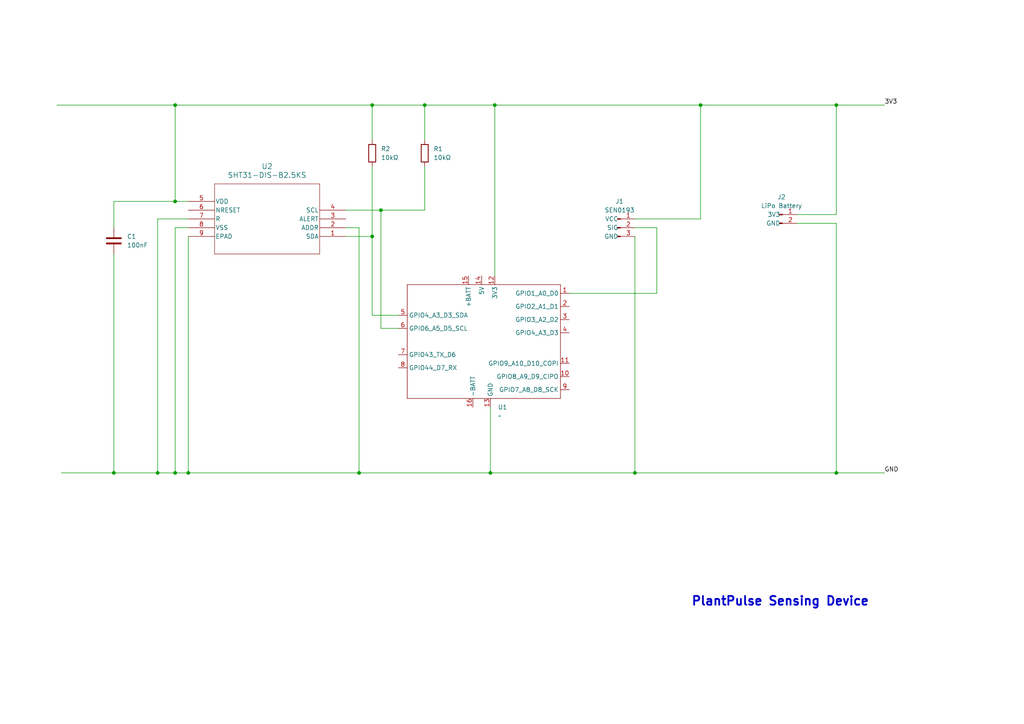
<source format=kicad_sch>
(kicad_sch (version 20250114) (generator "eeschema") (generator_version "9.0")
  (paper "A4")
  (lib_symbols
    (symbol "Connector:Conn_01x02_Pin" (pin_names (offset 1.016))
      (property "Reference" "J2" (at 0.635 5.08 0))
      (property "Value" "LiPo Battery" (at 0.635 2.54 0))
      (symbol "Conn_01x02_Pin_1_1"
        (rectangle (start 0.8636 0.127) (end 0 -0.127) (stroke (width 0.1524)) (fill (type outline)))
        (rectangle (start 0.8636 -2.413) (end 0 -2.667) (stroke (width 0.1524)) (fill (type outline)))
        (polyline (pts (xy 1.27 0) (xy 0.8636 0)) (stroke (width 0.1524)))
        (polyline (pts (xy 1.27 -2.54) (xy 0.8636 -2.54)) (stroke (width 0.1524)))
        (pin passive line (at 5.08 0 180) (length 3.81) (name "3V3") (number "1"))
        (pin passive line (at 5.08 -2.54 180) (length 3.81) (name "GND") (number "2"))
      )
    )
    (symbol "Connector:Conn_01x03_Pin" (pin_names (offset 1.016))
      (property "Reference" "J1" (at 0.635 7.62 0))
      (property "Value" "SEN0193" (at 0.635 5.08 0))
      (symbol "Conn_01x03_Pin_1_1"
        (rectangle (start 0.8636 2.667) (end 0 2.413) (stroke (width 0.1524)) (fill (type outline)))
        (rectangle (start 0.8636 0.127) (end 0 -0.127) (stroke (width 0.1524)) (fill (type outline)))
        (rectangle (start 0.8636 -2.413) (end 0 -2.667) (stroke (width 0.1524)) (fill (type outline)))
        (polyline (pts (xy 1.27 2.54) (xy 0.8636 2.54)) (stroke (width 0.1524)))
        (polyline (pts (xy 1.27 0) (xy 0.8636 0)) (stroke (width 0.1524)))
        (polyline (pts (xy 1.27 -2.54) (xy 0.8636 -2.54)) (stroke (width 0.1524)))
        (pin passive line (at 5.08 2.54 180) (length 3.81) (name "VCC") (number "1"))
        (pin passive line (at 5.08 0 180) (length 3.81) (name "SIG") (number "2"))
        (pin passive line (at 5.08 -2.54 180) (length 3.81) (name "GND") (number "3"))
      )
    )
    (symbol "Device:C" (pin_numbers (hide yes)) (pin_names (offset 0.254))
      (property "Reference" "C" (at 0.635 2.54 0))
      (property "Value" "C" (at 0.635 -2.54 0))
      (symbol "C_0_1"
        (polyline (pts (xy -2.032 0.762) (xy 2.032 0.762)) (stroke (width 0.508)))
        (polyline (pts (xy -2.032 -0.762) (xy 2.032 -0.762)) (stroke (width 0.508)))
      )
      (symbol "C_1_1"
        (pin passive line (at 0 3.81 270) (length 2.794) (name "~") (number "1"))
        (pin passive line (at 0 -3.81 90) (length 2.794) (name "~") (number "2"))
      )
    )
    (symbol "Device:R" (pin_numbers (hide yes)) (pin_names (offset 0))
      (property "Reference" "R" (at 2.032 0 90))
      (property "Value" "R" (at 0 0 90))
      (symbol "R_0_1"
        (rectangle (start -1.016 -2.54) (end 1.016 2.54) (stroke (width 0.254)))
      )
      (symbol "R_1_1"
        (pin passive line (at 0 3.81 270) (length 1.27) (name "~") (number "1"))
        (pin passive line (at 0 -3.81 90) (length 1.27) (name "~") (number "2"))
      )
    )
    (symbol "SHT31-DIS:SHT31-DIS-B2.5KS" (pin_names (offset 0.254))
      (property "Reference" "U" (at 22.86 10.16 0))
      (property "Value" "SHT31-DIS-B2.5KS" (at 22.86 7.62 0))
      (symbol "SHT31-DIS-B2.5KS_0_1"
        (polyline (pts (xy 7.62 5.08) (xy 7.62 -15.24)) (stroke (width 0.127)))
        (polyline (pts (xy 7.62 -15.24) (xy 38.1 -15.24)) (stroke (width 0.127)))
        (polyline (pts (xy 38.1 5.08) (xy 7.62 5.08)) (stroke (width 0.127)))
        (polyline (pts (xy 38.1 -15.24) (xy 38.1 5.08)) (stroke (width 0.127)))
        (pin bidirectional line (at 0 0 0) (length 7.62) (name "SDA") (number "1"))
        (pin input line (at 0 -2.54 0) (length 7.62) (name "ADDR") (number "2"))
        (pin output line (at 0 -5.08 0) (length 7.62) (name "ALERT") (number "3"))
        (pin bidirectional line (at 0 -7.62 0) (length 7.62) (name "SCL") (number "4"))
        (pin power_out line (at 45.72 0 180) (length 7.62) (name "EPAD") (number "9"))
        (pin power_out line (at 45.72 -2.54 180) (length 7.62) (name "VSS") (number "8"))
        (pin power_out line (at 45.72 -5.08 180) (length 7.62) (name "R") (number "7"))
        (pin input line (at 45.72 -7.62 180) (length 7.62) (name "NRESET") (number "6"))
        (pin power_in line (at 45.72 -10.16 180) (length 7.62) (name "VDD") (number "5"))
      )
    )
    (symbol "XIAo-ESP32-C3:XIAO_ESP32"
      (property "Reference" "U" (at -19.812 18.288 0))
      (symbol "XIAO_ESP32_0_1"
        (polyline (pts (xy -21.59 16.51) (xy -21.59 -16.51) (xy 22.86 -16.51) (xy 22.86 16.51) (xy -21.59 16.51)))
      )
      (symbol "XIAO_ESP32_1_1"
        (pin bidirectional line (at -24.13 7.62 0) (length 2.54) (name "GPIO4_A3_D3_SDA") (number "5"))
        (pin bidirectional line (at -24.13 3.81 0) (length 2.54) (name "GPIO6_A5_D5_SCL") (number "6"))
        (pin bidirectional line (at -24.13 -3.81 0) (length 2.54) (name "GPIO43_TX_D6") (number "7"))
        (pin bidirectional line (at -24.13 -7.62 0) (length 2.54) (name "GPIO44_D7_RX") (number "8"))
        (pin bidirectional line (at -3.81 19.05 270) (length 2.54) (name "+BATT") (number "15"))
        (pin bidirectional line (at -2.54 -19.05 90) (length 2.54) (name "-BATT") (number "16"))
        (pin bidirectional line (at 0 19.05 270) (length 2.54) (name "5V") (number "14"))
        (pin bidirectional line (at 2.54 -19.05 90) (length 2.54) (name "GND") (number "13"))
        (pin bidirectional line (at 3.81 19.05 270) (length 2.54) (name "3V3") (number "12"))
        (pin bidirectional line (at 25.4 13.97 180) (length 2.54) (name "GPIO1_A0_D0") (number "1"))
        (pin bidirectional line (at 25.4 10.16 180) (length 2.54) (name "GPIO2_A1_D1") (number "2"))
        (pin bidirectional line (at 25.4 6.35 180) (length 2.54) (name "GPIO3_A2_D2") (number "3"))
        (pin bidirectional line (at 25.4 2.54 180) (length 2.54) (name "GPIO4_A3_D3") (number "4"))
        (pin bidirectional line (at 25.4 -6.35 180) (length 2.54) (name "GPIO9_A10_D10_COPI") (number "11"))
        (pin bidirectional line (at 25.4 -10.16 180) (length 2.54) (name "GPIO8_A9_D9_CIPO") (number "10"))
        (pin bidirectional line (at 25.4 -13.97 180) (length 2.54) (name "GPIO7_A8_D8_SCK") (number "9"))
      )
    )
  )
  (text "PlantPulse Sensing Device" (at 226.314 174.498 0) (effects (font (size 2.54 2.54) (thickness 0.508) (bold yes))))
  (junction (at 110.49 60.96))
  (junction (at 50.8 137.16))
  (junction (at 242.57 30.48))
  (junction (at 123.19 30.48))
  (junction (at 143.51 30.48))
  (junction (at 50.8 30.48))
  (junction (at 104.14 137.16))
  (junction (at 142.24 137.16))
  (junction (at 107.95 68.58))
  (junction (at 242.57 137.16))
  (junction (at 54.61 137.16))
  (junction (at 33.02 137.16))
  (junction (at 50.8 58.42))
  (junction (at 45.72 137.16))
  (junction (at 184.15 137.16))
  (junction (at 107.95 30.48))
  (junction (at 203.2 30.48))
  (wire (pts (xy 110.49 60.96) (xy 123.19 60.96)))
  (wire (pts (xy 104.14 137.16) (xy 142.24 137.16)))
  (wire (pts (xy 242.57 64.77) (xy 242.57 137.16)))
  (wire (pts (xy 107.95 91.44) (xy 115.57 91.44)))
  (wire (pts (xy 184.15 63.5) (xy 203.2 63.5)))
  (wire (pts (xy 100.33 60.96) (xy 110.49 60.96)))
  (wire (pts (xy 50.8 30.48) (xy 107.95 30.48)))
  (wire (pts (xy 184.15 137.16) (xy 242.57 137.16)))
  (wire (pts (xy 54.61 68.58) (xy 54.61 137.16)))
  (wire (pts (xy 54.61 137.16) (xy 104.14 137.16)))
  (wire (pts (xy 33.02 58.42) (xy 33.02 66.04)))
  (wire (pts (xy 100.33 68.58) (xy 107.95 68.58)))
  (wire (pts (xy 184.15 66.04) (xy 190.5 66.04)))
  (wire (pts (xy 123.19 30.48) (xy 123.19 40.64)))
  (wire (pts (xy 123.19 60.96) (xy 123.19 48.26)))
  (wire (pts (xy 54.61 58.42) (xy 50.8 58.42)))
  (wire (pts (xy 45.72 137.16) (xy 50.8 137.16)))
  (wire (pts (xy 107.95 30.48) (xy 123.19 30.48)))
  (wire (pts (xy 17.78 137.16) (xy 33.02 137.16)))
  (wire (pts (xy 242.57 30.48) (xy 256.54 30.48)))
  (wire (pts (xy 110.49 60.96) (xy 110.49 95.25)))
  (wire (pts (xy 104.14 66.04) (xy 104.14 137.16)))
  (wire (pts (xy 184.15 68.58) (xy 184.15 137.16)))
  (wire (pts (xy 50.8 137.16) (xy 54.61 137.16)))
  (wire (pts (xy 50.8 58.42) (xy 50.8 30.48)))
  (wire (pts (xy 143.51 30.48) (xy 143.51 80.01)))
  (wire (pts (xy 100.33 66.04) (xy 104.14 66.04)))
  (wire (pts (xy 123.19 30.48) (xy 143.51 30.48)))
  (wire (pts (xy 54.61 66.04) (xy 50.8 66.04)))
  (wire (pts (xy 107.95 68.58) (xy 107.95 91.44)))
  (wire (pts (xy 45.72 63.5) (xy 45.72 137.16)))
  (wire (pts (xy 231.14 62.23) (xy 242.57 62.23)))
  (wire (pts (xy 110.49 95.25) (xy 115.57 95.25)))
  (wire (pts (xy 143.51 30.48) (xy 203.2 30.48)))
  (wire (pts (xy 142.24 118.11) (xy 142.24 137.16)))
  (wire (pts (xy 190.5 66.04) (xy 190.5 85.09)))
  (wire (pts (xy 190.5 85.09) (xy 165.1 85.09)))
  (wire (pts (xy 16.51 30.48) (xy 50.8 30.48)))
  (wire (pts (xy 231.14 64.77) (xy 242.57 64.77)))
  (wire (pts (xy 107.95 48.26) (xy 107.95 68.58)))
  (wire (pts (xy 242.57 62.23) (xy 242.57 30.48)))
  (wire (pts (xy 33.02 58.42) (xy 50.8 58.42)))
  (wire (pts (xy 107.95 30.48) (xy 107.95 40.64)))
  (wire (pts (xy 33.02 137.16) (xy 45.72 137.16)))
  (wire (pts (xy 142.24 137.16) (xy 184.15 137.16)))
  (wire (pts (xy 33.02 73.66) (xy 33.02 137.16)))
  (wire (pts (xy 54.61 63.5) (xy 45.72 63.5)))
  (wire (pts (xy 242.57 137.16) (xy 256.54 137.16)))
  (wire (pts (xy 203.2 30.48) (xy 242.57 30.48)))
  (wire (pts (xy 203.2 63.5) (xy 203.2 30.48)))
  (wire (pts (xy 50.8 66.04) (xy 50.8 137.16)))
  (label "3V3" (at 256.54 30.48 0))
  (label "GND" (at 256.54 137.16 0))
  (symbol (lib_id "Device:R") (at 123.19 44.45 0) (unit 1)
    (property "Reference" "R1" (at 125.73 43.1799 0) (effects (justify left)))
    (property "Value" "10kΩ" (at 125.73 45.7199 0) (effects (justify left)))
    (property "Footprint" "Resistor_SMD:R_0805_2012Metric" (effects (hide yes)))
    (property "Description" "Resistor" (effects (hide yes)))
  )
  (symbol (lib_id "Device:R") (at 107.95 44.45 0) (unit 1)
    (property "Reference" "R2" (at 110.49 43.1799 0) (effects (justify left)))
    (property "Value" "10kΩ" (at 110.49 45.7199 0) (effects (justify left)))
    (property "Footprint" "Resistor_SMD:R_0805_2012Metric" (effects (hide yes)))
    (property "Description" "Resistor" (effects (hide yes)))
  )
  (symbol (lib_id "Connector:Conn_01x03_Pin") (at 179.07 66.04 0) (unit 1)
    (property "Reference" "J1" (at 179.705 58.42 0))
    (property "Value" "SEN0193" (at 179.705 60.96 0))
    (property "Footprint" "Connector_PinHeader_2.54mm:PinHeader_1x03_P2.54mm_Vertical" (effects (hide yes)))
    (property "Description" "Generic connector, single row, 01x03, script generated" (effects (hide yes)))
  )
  (symbol (lib_id "XIAo-ESP32-C3:XIAO_ESP32") (at 139.7 99.06 0) (unit 1)
    (property "Reference" "U1" (at 144.3833 118.11 0) (effects (justify left)))
    (property "Value" "~" (at 144.3833 120.65 0) (effects (justify left)))
    (property "Footprint" "RF_Module:MCU_Seeed_ESP32C3" (effects (hide yes)))
  )
  (symbol (lib_id "Device:C") (at 33.02 69.85 0) (unit 1)
    (property "Reference" "C1" (at 36.83 68.5799 0) (effects (justify left)))
    (property "Value" "100nF" (at 36.83 71.1199 0) (effects (justify left)))
    (property "Footprint" "Capacitor_SMD:C_0805_2012Metric" (effects (hide yes)))
    (property "Description" "Unpolarized capacitor" (effects (hide yes)))
  )
  (symbol (lib_id "SHT31-DIS:SHT31-DIS-B2.5KS") (at 100.33 68.58 180) (unit 1)
    (property "Reference" "U2" (at 77.47 48.26 0) (effects (font (size 1.524 1.524))))
    (property "Value" "SHT31-DIS-B2.5KS" (at 77.47 50.8 0) (effects (font (size 1.524 1.524))))
    (property "Footprint" "U_SHT3_SEN" (effects (hide yes)))
    (property "Datasheet" "SHT31-DIS-B2.5KS" (effects (hide yes)))
  )
  (symbol (lib_id "Connector:Conn_01x02_Pin") (at 226.06 62.23 0) (unit 1)
    (property "Reference" "J2" (at 226.695 57.15 0))
    (property "Value" "LiPo Battery" (at 226.695 59.69 0))
    (property "Footprint" "Connector_PinHeader_2.54mm:PinHeader_1x02_P2.54mm_Vertical" (effects (hide yes)))
    (property "Description" "Generic connector, single row, 01x02, script generated" (effects (hide yes)))
  )
)
</source>
